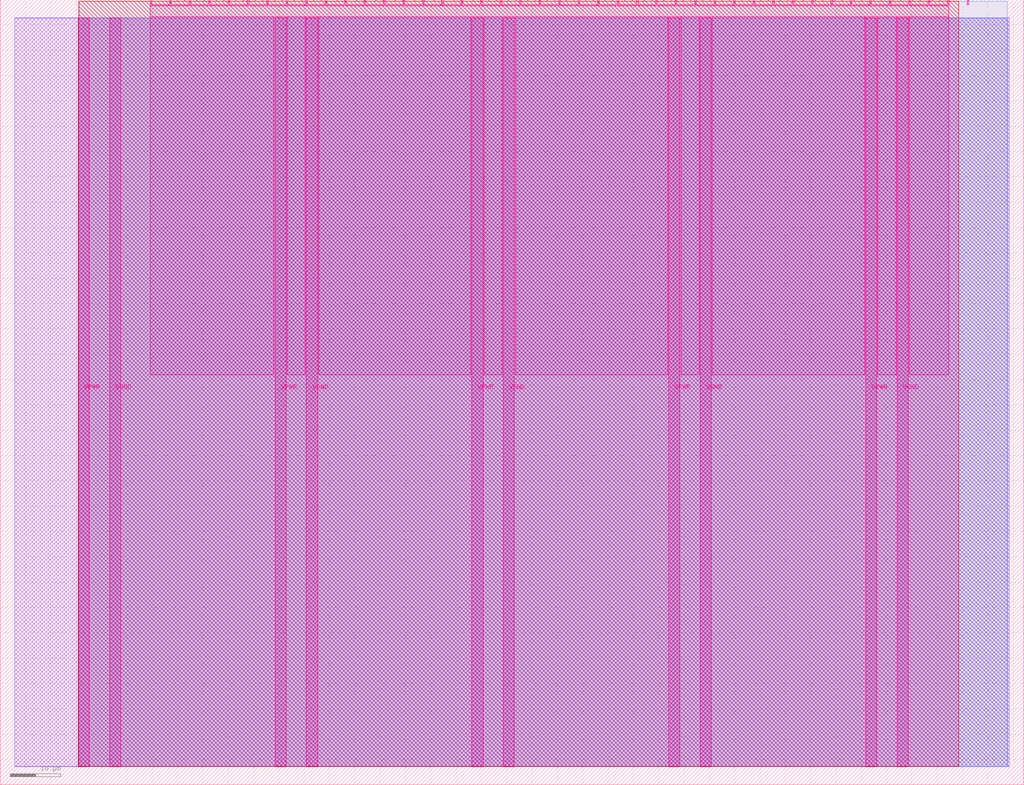
<source format=lef>
VERSION 5.7 ;
  NOWIREEXTENSIONATPIN ON ;
  DIVIDERCHAR "/" ;
  BUSBITCHARS "[]" ;
MACRO tt_um_cdc_test
  CLASS BLOCK ;
  FOREIGN tt_um_cdc_test ;
  ORIGIN 0.000 0.000 ;
  SIZE 202.080 BY 154.980 ;
  PIN VGND
    DIRECTION INOUT ;
    USE GROUND ;
    PORT
      LAYER Metal5 ;
        RECT 21.580 3.560 23.780 151.420 ;
    END
    PORT
      LAYER Metal5 ;
        RECT 60.450 3.560 62.650 151.420 ;
    END
    PORT
      LAYER Metal5 ;
        RECT 99.320 3.560 101.520 151.420 ;
    END
    PORT
      LAYER Metal5 ;
        RECT 138.190 3.560 140.390 151.420 ;
    END
    PORT
      LAYER Metal5 ;
        RECT 177.060 3.560 179.260 151.420 ;
    END
  END VGND
  PIN VPWR
    DIRECTION INOUT ;
    USE POWER ;
    PORT
      LAYER Metal5 ;
        RECT 15.380 3.560 17.580 151.420 ;
    END
    PORT
      LAYER Metal5 ;
        RECT 54.250 3.560 56.450 151.420 ;
    END
    PORT
      LAYER Metal5 ;
        RECT 93.120 3.560 95.320 151.420 ;
    END
    PORT
      LAYER Metal5 ;
        RECT 131.990 3.560 134.190 151.420 ;
    END
    PORT
      LAYER Metal5 ;
        RECT 170.860 3.560 173.060 151.420 ;
    END
  END VPWR
  PIN clk
    DIRECTION INPUT ;
    USE SIGNAL ;
    ANTENNAGATEAREA 0.213200 ;
    PORT
      LAYER Metal5 ;
        RECT 187.050 153.980 187.350 154.980 ;
    END
  END clk
  PIN ena
    DIRECTION INPUT ;
    USE SIGNAL ;
    PORT
      LAYER Metal5 ;
        RECT 190.890 153.980 191.190 154.980 ;
    END
  END ena
  PIN rst_n
    DIRECTION INPUT ;
    USE SIGNAL ;
    ANTENNAGATEAREA 0.213200 ;
    PORT
      LAYER Metal5 ;
        RECT 183.210 153.980 183.510 154.980 ;
    END
  END rst_n
  PIN ui_in[0]
    DIRECTION INPUT ;
    USE SIGNAL ;
    ANTENNAGATEAREA 0.213200 ;
    PORT
      LAYER Metal5 ;
        RECT 179.370 153.980 179.670 154.980 ;
    END
  END ui_in[0]
  PIN ui_in[1]
    DIRECTION INPUT ;
    USE SIGNAL ;
    ANTENNAGATEAREA 0.180700 ;
    PORT
      LAYER Metal5 ;
        RECT 175.530 153.980 175.830 154.980 ;
    END
  END ui_in[1]
  PIN ui_in[2]
    DIRECTION INPUT ;
    USE SIGNAL ;
    PORT
      LAYER Metal5 ;
        RECT 171.690 153.980 171.990 154.980 ;
    END
  END ui_in[2]
  PIN ui_in[3]
    DIRECTION INPUT ;
    USE SIGNAL ;
    ANTENNAGATEAREA 0.213200 ;
    PORT
      LAYER Metal5 ;
        RECT 167.850 153.980 168.150 154.980 ;
    END
  END ui_in[3]
  PIN ui_in[4]
    DIRECTION INPUT ;
    USE SIGNAL ;
    PORT
      LAYER Metal5 ;
        RECT 164.010 153.980 164.310 154.980 ;
    END
  END ui_in[4]
  PIN ui_in[5]
    DIRECTION INPUT ;
    USE SIGNAL ;
    PORT
      LAYER Metal5 ;
        RECT 160.170 153.980 160.470 154.980 ;
    END
  END ui_in[5]
  PIN ui_in[6]
    DIRECTION INPUT ;
    USE SIGNAL ;
    PORT
      LAYER Metal5 ;
        RECT 156.330 153.980 156.630 154.980 ;
    END
  END ui_in[6]
  PIN ui_in[7]
    DIRECTION INPUT ;
    USE SIGNAL ;
    PORT
      LAYER Metal5 ;
        RECT 152.490 153.980 152.790 154.980 ;
    END
  END ui_in[7]
  PIN uio_in[0]
    DIRECTION INPUT ;
    USE SIGNAL ;
    PORT
      LAYER Metal5 ;
        RECT 148.650 153.980 148.950 154.980 ;
    END
  END uio_in[0]
  PIN uio_in[1]
    DIRECTION INPUT ;
    USE SIGNAL ;
    PORT
      LAYER Metal5 ;
        RECT 144.810 153.980 145.110 154.980 ;
    END
  END uio_in[1]
  PIN uio_in[2]
    DIRECTION INPUT ;
    USE SIGNAL ;
    PORT
      LAYER Metal5 ;
        RECT 140.970 153.980 141.270 154.980 ;
    END
  END uio_in[2]
  PIN uio_in[3]
    DIRECTION INPUT ;
    USE SIGNAL ;
    PORT
      LAYER Metal5 ;
        RECT 137.130 153.980 137.430 154.980 ;
    END
  END uio_in[3]
  PIN uio_in[4]
    DIRECTION INPUT ;
    USE SIGNAL ;
    PORT
      LAYER Metal5 ;
        RECT 133.290 153.980 133.590 154.980 ;
    END
  END uio_in[4]
  PIN uio_in[5]
    DIRECTION INPUT ;
    USE SIGNAL ;
    PORT
      LAYER Metal5 ;
        RECT 129.450 153.980 129.750 154.980 ;
    END
  END uio_in[5]
  PIN uio_in[6]
    DIRECTION INPUT ;
    USE SIGNAL ;
    PORT
      LAYER Metal5 ;
        RECT 125.610 153.980 125.910 154.980 ;
    END
  END uio_in[6]
  PIN uio_in[7]
    DIRECTION INPUT ;
    USE SIGNAL ;
    PORT
      LAYER Metal5 ;
        RECT 121.770 153.980 122.070 154.980 ;
    END
  END uio_in[7]
  PIN uio_oe[0]
    DIRECTION OUTPUT ;
    USE SIGNAL ;
    ANTENNADIFFAREA 0.392700 ;
    PORT
      LAYER Metal5 ;
        RECT 56.490 153.980 56.790 154.980 ;
    END
  END uio_oe[0]
  PIN uio_oe[1]
    DIRECTION OUTPUT ;
    USE SIGNAL ;
    ANTENNADIFFAREA 0.392700 ;
    PORT
      LAYER Metal5 ;
        RECT 52.650 153.980 52.950 154.980 ;
    END
  END uio_oe[1]
  PIN uio_oe[2]
    DIRECTION OUTPUT ;
    USE SIGNAL ;
    ANTENNADIFFAREA 0.392700 ;
    PORT
      LAYER Metal5 ;
        RECT 48.810 153.980 49.110 154.980 ;
    END
  END uio_oe[2]
  PIN uio_oe[3]
    DIRECTION OUTPUT ;
    USE SIGNAL ;
    ANTENNADIFFAREA 0.392700 ;
    PORT
      LAYER Metal5 ;
        RECT 44.970 153.980 45.270 154.980 ;
    END
  END uio_oe[3]
  PIN uio_oe[4]
    DIRECTION OUTPUT ;
    USE SIGNAL ;
    ANTENNADIFFAREA 0.392700 ;
    PORT
      LAYER Metal5 ;
        RECT 41.130 153.980 41.430 154.980 ;
    END
  END uio_oe[4]
  PIN uio_oe[5]
    DIRECTION OUTPUT ;
    USE SIGNAL ;
    ANTENNADIFFAREA 0.392700 ;
    PORT
      LAYER Metal5 ;
        RECT 37.290 153.980 37.590 154.980 ;
    END
  END uio_oe[5]
  PIN uio_oe[6]
    DIRECTION OUTPUT ;
    USE SIGNAL ;
    ANTENNADIFFAREA 0.392700 ;
    PORT
      LAYER Metal5 ;
        RECT 33.450 153.980 33.750 154.980 ;
    END
  END uio_oe[6]
  PIN uio_oe[7]
    DIRECTION OUTPUT ;
    USE SIGNAL ;
    ANTENNADIFFAREA 0.392700 ;
    PORT
      LAYER Metal5 ;
        RECT 29.610 153.980 29.910 154.980 ;
    END
  END uio_oe[7]
  PIN uio_out[0]
    DIRECTION OUTPUT ;
    USE SIGNAL ;
    ANTENNADIFFAREA 0.632400 ;
    PORT
      LAYER Metal5 ;
        RECT 87.210 153.980 87.510 154.980 ;
    END
  END uio_out[0]
  PIN uio_out[1]
    DIRECTION OUTPUT ;
    USE SIGNAL ;
    ANTENNADIFFAREA 0.632400 ;
    PORT
      LAYER Metal5 ;
        RECT 83.370 153.980 83.670 154.980 ;
    END
  END uio_out[1]
  PIN uio_out[2]
    DIRECTION OUTPUT ;
    USE SIGNAL ;
    ANTENNADIFFAREA 0.632400 ;
    PORT
      LAYER Metal5 ;
        RECT 79.530 153.980 79.830 154.980 ;
    END
  END uio_out[2]
  PIN uio_out[3]
    DIRECTION OUTPUT ;
    USE SIGNAL ;
    ANTENNADIFFAREA 0.632400 ;
    PORT
      LAYER Metal5 ;
        RECT 75.690 153.980 75.990 154.980 ;
    END
  END uio_out[3]
  PIN uio_out[4]
    DIRECTION OUTPUT ;
    USE SIGNAL ;
    ANTENNADIFFAREA 0.632400 ;
    PORT
      LAYER Metal5 ;
        RECT 71.850 153.980 72.150 154.980 ;
    END
  END uio_out[4]
  PIN uio_out[5]
    DIRECTION OUTPUT ;
    USE SIGNAL ;
    ANTENNADIFFAREA 0.632400 ;
    PORT
      LAYER Metal5 ;
        RECT 68.010 153.980 68.310 154.980 ;
    END
  END uio_out[5]
  PIN uio_out[6]
    DIRECTION OUTPUT ;
    USE SIGNAL ;
    ANTENNADIFFAREA 0.632400 ;
    PORT
      LAYER Metal5 ;
        RECT 64.170 153.980 64.470 154.980 ;
    END
  END uio_out[6]
  PIN uio_out[7]
    DIRECTION OUTPUT ;
    USE SIGNAL ;
    ANTENNADIFFAREA 0.632400 ;
    PORT
      LAYER Metal5 ;
        RECT 60.330 153.980 60.630 154.980 ;
    END
  END uio_out[7]
  PIN uo_out[0]
    DIRECTION OUTPUT ;
    USE SIGNAL ;
    ANTENNADIFFAREA 0.677200 ;
    PORT
      LAYER Metal5 ;
        RECT 117.930 153.980 118.230 154.980 ;
    END
  END uo_out[0]
  PIN uo_out[1]
    DIRECTION OUTPUT ;
    USE SIGNAL ;
    ANTENNADIFFAREA 0.677200 ;
    PORT
      LAYER Metal5 ;
        RECT 114.090 153.980 114.390 154.980 ;
    END
  END uo_out[1]
  PIN uo_out[2]
    DIRECTION OUTPUT ;
    USE SIGNAL ;
    ANTENNADIFFAREA 0.677200 ;
    PORT
      LAYER Metal5 ;
        RECT 110.250 153.980 110.550 154.980 ;
    END
  END uo_out[2]
  PIN uo_out[3]
    DIRECTION OUTPUT ;
    USE SIGNAL ;
    ANTENNADIFFAREA 0.677200 ;
    PORT
      LAYER Metal5 ;
        RECT 106.410 153.980 106.710 154.980 ;
    END
  END uo_out[3]
  PIN uo_out[4]
    DIRECTION OUTPUT ;
    USE SIGNAL ;
    ANTENNADIFFAREA 1.135700 ;
    PORT
      LAYER Metal5 ;
        RECT 102.570 153.980 102.870 154.980 ;
    END
  END uo_out[4]
  PIN uo_out[5]
    DIRECTION OUTPUT ;
    USE SIGNAL ;
    ANTENNADIFFAREA 1.135700 ;
    PORT
      LAYER Metal5 ;
        RECT 98.730 153.980 99.030 154.980 ;
    END
  END uo_out[5]
  PIN uo_out[6]
    DIRECTION OUTPUT ;
    USE SIGNAL ;
    ANTENNADIFFAREA 0.677200 ;
    PORT
      LAYER Metal5 ;
        RECT 94.890 153.980 95.190 154.980 ;
    END
  END uo_out[6]
  PIN uo_out[7]
    DIRECTION OUTPUT ;
    USE SIGNAL ;
    ANTENNADIFFAREA 1.008100 ;
    PORT
      LAYER Metal5 ;
        RECT 91.050 153.980 91.350 154.980 ;
    END
  END uo_out[7]
  OBS
      LAYER GatPoly ;
        RECT 2.880 3.630 199.200 151.350 ;
      LAYER Metal1 ;
        RECT 2.880 3.560 199.200 151.420 ;
      LAYER Metal2 ;
        RECT 15.515 3.680 198.865 151.300 ;
      LAYER Metal3 ;
        RECT 15.560 3.635 198.820 154.705 ;
      LAYER Metal4 ;
        RECT 15.515 3.680 189.265 154.660 ;
      LAYER Metal5 ;
        RECT 30.120 153.770 33.240 153.980 ;
        RECT 33.960 153.770 37.080 153.980 ;
        RECT 37.800 153.770 40.920 153.980 ;
        RECT 41.640 153.770 44.760 153.980 ;
        RECT 45.480 153.770 48.600 153.980 ;
        RECT 49.320 153.770 52.440 153.980 ;
        RECT 53.160 153.770 56.280 153.980 ;
        RECT 57.000 153.770 60.120 153.980 ;
        RECT 60.840 153.770 63.960 153.980 ;
        RECT 64.680 153.770 67.800 153.980 ;
        RECT 68.520 153.770 71.640 153.980 ;
        RECT 72.360 153.770 75.480 153.980 ;
        RECT 76.200 153.770 79.320 153.980 ;
        RECT 80.040 153.770 83.160 153.980 ;
        RECT 83.880 153.770 87.000 153.980 ;
        RECT 87.720 153.770 90.840 153.980 ;
        RECT 91.560 153.770 94.680 153.980 ;
        RECT 95.400 153.770 98.520 153.980 ;
        RECT 99.240 153.770 102.360 153.980 ;
        RECT 103.080 153.770 106.200 153.980 ;
        RECT 106.920 153.770 110.040 153.980 ;
        RECT 110.760 153.770 113.880 153.980 ;
        RECT 114.600 153.770 117.720 153.980 ;
        RECT 118.440 153.770 121.560 153.980 ;
        RECT 122.280 153.770 125.400 153.980 ;
        RECT 126.120 153.770 129.240 153.980 ;
        RECT 129.960 153.770 133.080 153.980 ;
        RECT 133.800 153.770 136.920 153.980 ;
        RECT 137.640 153.770 140.760 153.980 ;
        RECT 141.480 153.770 144.600 153.980 ;
        RECT 145.320 153.770 148.440 153.980 ;
        RECT 149.160 153.770 152.280 153.980 ;
        RECT 153.000 153.770 156.120 153.980 ;
        RECT 156.840 153.770 159.960 153.980 ;
        RECT 160.680 153.770 163.800 153.980 ;
        RECT 164.520 153.770 167.640 153.980 ;
        RECT 168.360 153.770 171.480 153.980 ;
        RECT 172.200 153.770 175.320 153.980 ;
        RECT 176.040 153.770 179.160 153.980 ;
        RECT 179.880 153.770 183.000 153.980 ;
        RECT 183.720 153.770 186.840 153.980 ;
        RECT 29.660 151.630 187.300 153.770 ;
        RECT 29.660 80.915 54.040 151.630 ;
        RECT 56.660 80.915 60.240 151.630 ;
        RECT 62.860 80.915 92.910 151.630 ;
        RECT 95.530 80.915 99.110 151.630 ;
        RECT 101.730 80.915 131.780 151.630 ;
        RECT 134.400 80.915 137.980 151.630 ;
        RECT 140.600 80.915 170.650 151.630 ;
        RECT 173.270 80.915 176.850 151.630 ;
        RECT 179.470 80.915 187.300 151.630 ;
  END
END tt_um_cdc_test
END LIBRARY


</source>
